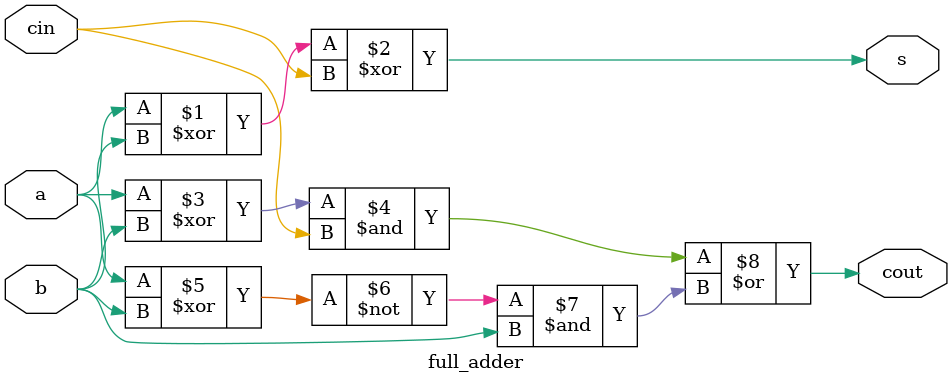
<source format=v>
module part2(SW,HEX0,HEX1,HEX2,HEX3,HEX4,HEX5,KEY,LEDR);
	input [7:0]SW;
	input [1:0]KEY;
	output [6:0]HEX0,HEX1,HEX2,HEX3,HEX4,HEX5;
	output [8:0]LEDR;
	wire [7:0]A,B,S;
	eight_bit ain(KEY[0],KEY[1],SW[7:0],A[7:0]);
	eight_bit bin(KEY[0],KEY[1],SW[7:0],B[7:0]);
	adder sum(A,B,S,LEDR);
	hexdisplay ah(A[7:4],HEX3[6:0]);
	hexdisplay al(A[3:0],HEX2[6:0]);
	hexdisplay bh(B[7:4],HEX1[6:0]);
	hexdisplay bl(B[3:0],HEX0[6:0]);	
	hexdisplay sh(S[7:4],HEX5[6:0]);
	hexdisplay sl(S[3:0],HEX4[6:0]);
endmodule

module eight_bit(Reset,Clk,D,A);
	input Reset,Clk;
	input [7:0]D;
	output [7:0]A;
	asy_reset a0(Reset,Clk,D[0],A[0]);
	asy_reset a1(Reset,Clk,D[1],A[1]);
	asy_reset a2(Reset,Clk,D[2],A[2]);
	asy_reset a3(Reset,Clk,D[3],A[3]);
	asy_reset a4(Reset,Clk,D[4],A[4]);
	asy_reset a5(Reset,Clk,D[5],A[5]);
	asy_reset a6(Reset,Clk,D[6],A[6]);
	asy_reset a7(Reset,Clk,D[7],A[7]);
endmodule

module asy_reset(reset,clk,D,Q);
	input D,reset,clk;
	output reg Q;
	always@(posedge clk or negedge reset)
	begin
		if(~reset)
			Q<=1'b0;
		else
			Q<=D;
	end
endmodule

module hexdisplay(S,Display);
	input [3:0]S;
	output [6:0]Display;
	assign Display[0]=((~S[3])&(~S[2])&(~S[1])&(S[0]))|((~S[3])&(S[2])&(~S[1])&(~S[0]))|((S[3])&(~S[2])&(S[1])&(S[0]))|((S[3])&(S[2])&(~S[1])&(S[0]));
	assign Display[1]=((S[2])&(S[1])&(~S[0]))|((S[3])&(S[1])&(S[0]))|((S[3])&(S[2])&(~S[0]))|((~S[3])&(S[2])&(~S[1])&(S[0]));
	assign Display[2]=((S[3])&(S[2])&(~S[0]))|((S[3])&(S[2])&(S[1]))|((~S[3])&(~S[2])&(S[1])&(~S[0]));
	assign Display[3]=(S[2]&(S[1])&(S[0]))|((~S[3])&(~S[2])&(~S[1])&(S[0]))|((~S[3])&(S[2])&(~S[1])&(~S[0]))|((S[3])&(~S[2])&(S[1])&(~S[0]));
	assign Display[4]=((~S[3])&(S[0]))|((~S[2])&(~S[1])&(S[0]))|((~S[3])&(S[2])&(~S[1]));
	assign Display[5]=((~S[3])&(~S[2])&(S[0]))|((~S[3])&(~S[2])&(S[1]))|((~S[3])&(S[1])&(S[0]))|((S[3])&(S[2])&(~S[1])&(S[0]));
	assign Display[6]=((~S[3])&(~S[2])&(~S[1]))|((~S[3])&(S[2])&(S[1])&(S[0]))|((S[3])&(S[2])&(~S[1])&(~S[0]));
endmodule

module adder(A,B,SUM,carry);
	input [7:0]A,B;
	output [8:0]SUM;
	output [8:0] carry;
	assign carry[0]=1'b0;
	full_adder u1(A[0],B[0],carry[0],SUM[0],carry[1]);
	full_adder u2(A[1],B[1],carry[1],SUM[1],carry[2]);
	full_adder u3(A[2],B[2],carry[2],SUM[2],carry[3]);
	full_adder u4(A[3],B[3],carry[3],SUM[3],carry[4]);
	full_adder u5(A[4],B[4],carry[4],SUM[4],carry[5]);
	full_adder u6(A[5],B[5],carry[5],SUM[5],carry[6]);
	full_adder u7(A[6],B[6],carry[6],SUM[6],carry[7]);
	full_adder u8(A[7],B[7],carry[7],SUM[7],carry[8]);
endmodule

module full_adder(a,b,cin,s,cout);
	input a;
	input b;
	input cin;
	output cout;
	output s;
	assign s=a^b^cin;
	assign cout=((a^b)&(cin))|((~(a^b))&(b));
endmodule

</source>
